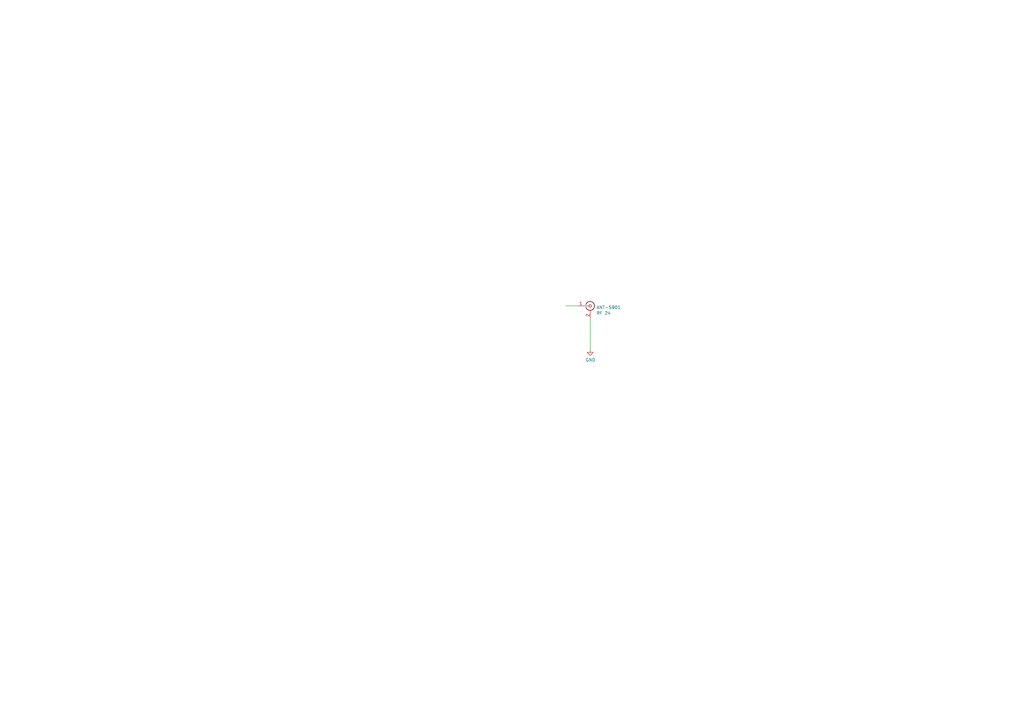
<source format=kicad_sch>
(kicad_sch (version 20230121) (generator eeschema)

  (uuid e76ed5b3-3300-4086-a950-0e5fe7abe0d2)

  (paper "A3")

  (title_block
    (title "SatNOGS COMMS")
    (date "2020-02-20")
    (comment 1 "CERN OHL version 1.2")
  )

  (lib_symbols
    (symbol "Connector:Conn_Coaxial" (pin_names (offset 1.016) hide) (in_bom yes) (on_board yes)
      (property "Reference" "J" (at 0.254 3.048 0)
        (effects (font (size 1.27 1.27)))
      )
      (property "Value" "Conn_Coaxial" (at 2.921 0 90)
        (effects (font (size 1.27 1.27)))
      )
      (property "Footprint" "" (at 0 0 0)
        (effects (font (size 1.27 1.27)) hide)
      )
      (property "Datasheet" " ~" (at 0 0 0)
        (effects (font (size 1.27 1.27)) hide)
      )
      (property "ki_keywords" "BNC SMA SMB SMC LEMO coaxial connector CINCH RCA" (at 0 0 0)
        (effects (font (size 1.27 1.27)) hide)
      )
      (property "ki_description" "coaxial connector (BNC, SMA, SMB, SMC, Cinch/RCA, LEMO, ...)" (at 0 0 0)
        (effects (font (size 1.27 1.27)) hide)
      )
      (property "ki_fp_filters" "*BNC* *SMA* *SMB* *SMC* *Cinch* *LEMO*" (at 0 0 0)
        (effects (font (size 1.27 1.27)) hide)
      )
      (symbol "Conn_Coaxial_0_1"
        (arc (start -1.778 -0.508) (mid 0.222 -1.808) (end 1.778 0)
          (stroke (width 0.254) (type default))
          (fill (type none))
        )
        (polyline
          (pts
            (xy -2.54 0)
            (xy -0.508 0)
          )
          (stroke (width 0) (type default))
          (fill (type none))
        )
        (polyline
          (pts
            (xy 0 -2.54)
            (xy 0 -1.778)
          )
          (stroke (width 0) (type default))
          (fill (type none))
        )
        (circle (center 0 0) (radius 0.508)
          (stroke (width 0.2032) (type default))
          (fill (type none))
        )
        (arc (start 1.778 0) (mid 0.222 1.8083) (end -1.778 0.508)
          (stroke (width 0.254) (type default))
          (fill (type none))
        )
      )
      (symbol "Conn_Coaxial_1_1"
        (pin passive line (at -5.08 0 0) (length 2.54)
          (name "In" (effects (font (size 1.27 1.27))))
          (number "1" (effects (font (size 1.27 1.27))))
        )
        (pin passive line (at 0 -5.08 90) (length 2.54)
          (name "Ext" (effects (font (size 1.27 1.27))))
          (number "2" (effects (font (size 1.27 1.27))))
        )
      )
    )
    (symbol "power:GND" (power) (pin_names (offset 0)) (in_bom yes) (on_board yes)
      (property "Reference" "#PWR" (at 0 -6.35 0)
        (effects (font (size 1.27 1.27)) hide)
      )
      (property "Value" "GND" (at 0 -3.81 0)
        (effects (font (size 1.27 1.27)))
      )
      (property "Footprint" "" (at 0 0 0)
        (effects (font (size 1.27 1.27)) hide)
      )
      (property "Datasheet" "" (at 0 0 0)
        (effects (font (size 1.27 1.27)) hide)
      )
      (property "ki_keywords" "power-flag" (at 0 0 0)
        (effects (font (size 1.27 1.27)) hide)
      )
      (property "ki_description" "Power symbol creates a global label with name \"GND\" , ground" (at 0 0 0)
        (effects (font (size 1.27 1.27)) hide)
      )
      (symbol "GND_0_1"
        (polyline
          (pts
            (xy 0 0)
            (xy 0 -1.27)
            (xy 1.27 -1.27)
            (xy 0 -2.54)
            (xy -1.27 -1.27)
            (xy 0 -1.27)
          )
          (stroke (width 0) (type default))
          (fill (type none))
        )
      )
      (symbol "GND_1_1"
        (pin power_in line (at 0 0 270) (length 0) hide
          (name "GND" (effects (font (size 1.27 1.27))))
          (number "1" (effects (font (size 1.27 1.27))))
        )
      )
    )
  )


  (wire (pts (xy 231.902 125.476) (xy 236.982 125.476))
    (stroke (width 0) (type default))
    (uuid 2d9bce5f-b18b-47a2-9654-99086bc7c8ca)
  )
  (wire (pts (xy 242.062 130.556) (xy 242.062 143.256))
    (stroke (width 0) (type default))
    (uuid 5cfef867-dff5-4abc-9cf1-6fa8f45eaef2)
  )

  (symbol (lib_id "Connector:Conn_Coaxial") (at 242.062 125.476 0) (unit 1)
    (in_bom yes) (on_board yes) (dnp no)
    (uuid 00000000-0000-0000-0000-00005ebab6bf)
    (property "Reference" "ANT-S901" (at 244.602 126.111 0)
      (effects (font (size 1.27 1.27)) (justify left))
    )
    (property "Value" "RF 24" (at 244.602 128.4224 0)
      (effects (font (size 1.27 1.27)) (justify left))
    )
    (property "Footprint" "Connector_Coaxial:MMCX_Molex_73415-0961_Horizontal_1.6mm-PCB" (at 242.062 125.476 0)
      (effects (font (size 1.27 1.27)) hide)
    )
    (property "Datasheet" " ~" (at 242.062 125.476 0)
      (effects (font (size 1.27 1.27)) hide)
    )
    (property "Mnf." "Molex" (at 242.062 125.476 0)
      (effects (font (size 1.27 1.27)) hide)
    )
    (property "PartNumber" "73415-0961" (at 242.062 125.476 0)
      (effects (font (size 1.27 1.27)) hide)
    )
    (pin "1" (uuid 944389ce-9c44-416c-a649-5fe71f1f2c6b))
    (pin "2" (uuid acc434b3-2221-4f02-be63-e67d7e7c5439))
    (instances
      (project "satnogs-comms"
        (path "/e315fb88-f764-4ec7-a92b-006692d5e26f/00000000-0000-0000-0000-00005e50dec8/00000000-0000-0000-0000-00005ebaad2d"
          (reference "ANT-S901") (unit 1)
        )
      )
    )
  )

  (symbol (lib_id "power:GND") (at 242.062 143.256 0) (unit 1)
    (in_bom yes) (on_board yes) (dnp no)
    (uuid 00000000-0000-0000-0000-00005f3fbc67)
    (property "Reference" "#PWR0965" (at 242.062 149.606 0)
      (effects (font (size 1.27 1.27)) hide)
    )
    (property "Value" "GND" (at 242.189 147.6502 0)
      (effects (font (size 1.27 1.27)))
    )
    (property "Footprint" "" (at 242.062 143.256 0)
      (effects (font (size 1.27 1.27)) hide)
    )
    (property "Datasheet" "" (at 242.062 143.256 0)
      (effects (font (size 1.27 1.27)) hide)
    )
    (pin "1" (uuid a121e607-0ec0-48fc-9192-13979e6f818b))
    (instances
      (project "satnogs-comms"
        (path "/e315fb88-f764-4ec7-a92b-006692d5e26f/00000000-0000-0000-0000-00005e50dec8/00000000-0000-0000-0000-00005ebaad2d"
          (reference "#PWR0965") (unit 1)
        )
      )
    )
  )
)

</source>
